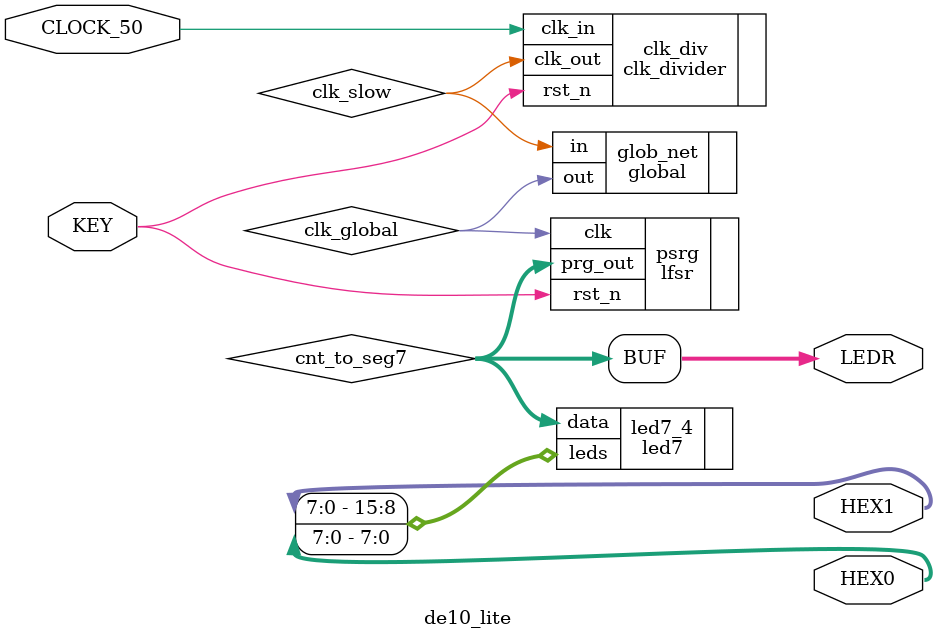
<source format=v>
module de10_lite
(
  input        CLOCK_50,
  input [0:0]  KEY,
  
  output [7:0] LEDR,
 
  output [7:0] HEX1,
  output [7:0] HEX0
);

   localparam CNT_W = 8;
   
   wire               clk_slow;
   wire               clk_global;
   wire [CNT_W - 1:0] cnt_to_seg7;
   
   assign LEDR = cnt_to_seg7;
   
 //Set WIDTH=18 for demostration this example
   clk_divider #(.WIDTH(25)) clk_div
   ( 
     .clk_in  ( CLOCK_50 ),
     .rst_n   ( KEY[0]   ),
     .clk_out ( clk_slow )
   );
   
   global glob_net
   (
     .in ( clk_slow   ),
     .out( clk_global )
   );

   
   lfsr psrg
   (
      .clk     ( clk_global   ),
      .rst_n   ( KEY[0]       ),
      .prg_out ( cnt_to_seg7  )
   );
   
 
   led7 #(.COUNT(2)) led7_4
   (
    .data(cnt_to_seg7),
    .leds({HEX1,HEX0})
   );
  
                          
endmodule

</source>
